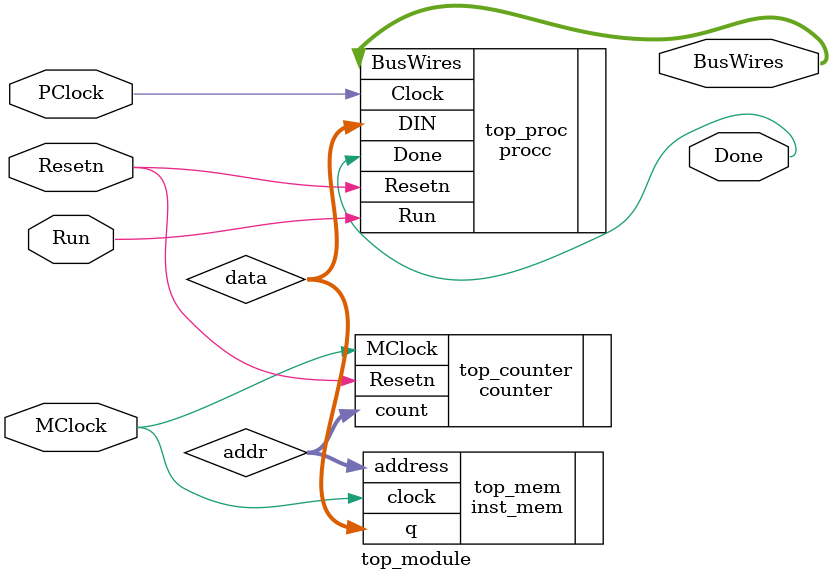
<source format=v>
module top_module(
    input wire Resetn,
    input wire PClock,
	 input wire MClock,
    input wire Run,
    output wire Done,
    output [8:0] BusWires); 
	
	wire [8:0] data;
	wire [19:0] addr;
	
	
	 counter top_counter(.Resetn(Resetn), .MClock(MClock), .count(addr));
	 inst_mem top_mem(.address(addr), .clock(MClock), .q(data));
	procc top_proc(.DIN(data), .Resetn(Resetn), .Clock(PClock), .Run(Run)
	 , .Done(Done), .BusWires(BusWires));
	 
	 

	 
endmodule

</source>
